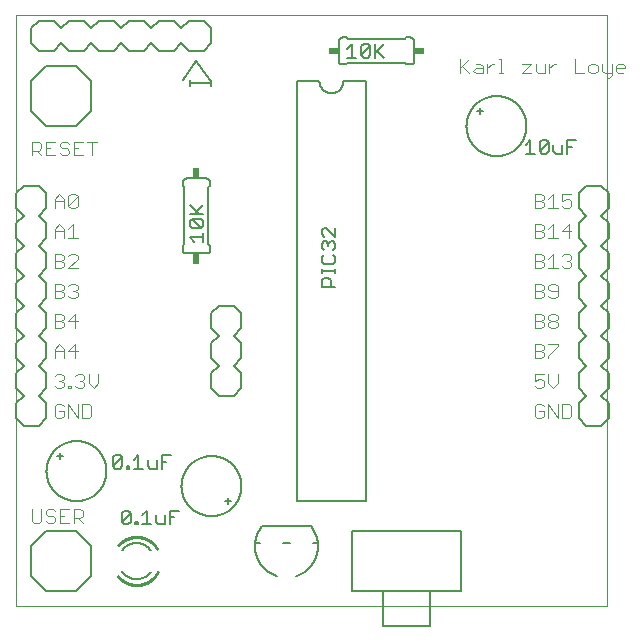
<source format=gto>
G75*
%MOIN*%
%OFA0B0*%
%FSLAX25Y25*%
%IPPOS*%
%LPD*%
%AMOC8*
5,1,8,0,0,1.08239X$1,22.5*
%
%ADD10C,0.00000*%
%ADD11C,0.00400*%
%ADD12C,0.00800*%
%ADD13C,0.00600*%
%ADD14C,0.00500*%
%ADD15C,0.01000*%
%ADD16R,0.02400X0.03400*%
%ADD17R,0.03400X0.02400*%
D10*
X0001800Y0007904D02*
X0001800Y0204754D01*
X0198650Y0204754D01*
X0198650Y0007904D01*
X0001800Y0007904D01*
D11*
X0007767Y0035604D02*
X0009302Y0035604D01*
X0010069Y0036371D01*
X0010069Y0040207D01*
X0011604Y0039440D02*
X0011604Y0038673D01*
X0012371Y0037905D01*
X0013906Y0037905D01*
X0014673Y0037138D01*
X0014673Y0036371D01*
X0013906Y0035604D01*
X0012371Y0035604D01*
X0011604Y0036371D01*
X0011604Y0039440D02*
X0012371Y0040207D01*
X0013906Y0040207D01*
X0014673Y0039440D01*
X0016208Y0040207D02*
X0016208Y0035604D01*
X0019277Y0035604D01*
X0020812Y0035604D02*
X0020812Y0040207D01*
X0023114Y0040207D01*
X0023881Y0039440D01*
X0023881Y0037905D01*
X0023114Y0037138D01*
X0020812Y0037138D01*
X0022346Y0037138D02*
X0023881Y0035604D01*
X0019277Y0040207D02*
X0016208Y0040207D01*
X0016208Y0037905D02*
X0017742Y0037905D01*
X0007767Y0035604D02*
X0007000Y0036371D01*
X0007000Y0040207D01*
X0015267Y0070604D02*
X0014500Y0071371D01*
X0014500Y0074440D01*
X0015267Y0075207D01*
X0016802Y0075207D01*
X0017569Y0074440D01*
X0017569Y0072905D02*
X0016035Y0072905D01*
X0017569Y0072905D02*
X0017569Y0071371D01*
X0016802Y0070604D01*
X0015267Y0070604D01*
X0019104Y0070604D02*
X0019104Y0075207D01*
X0022173Y0070604D01*
X0022173Y0075207D01*
X0023708Y0075207D02*
X0026010Y0075207D01*
X0026777Y0074440D01*
X0026777Y0071371D01*
X0026010Y0070604D01*
X0023708Y0070604D01*
X0023708Y0075207D01*
X0023708Y0080604D02*
X0022173Y0080604D01*
X0021406Y0081371D01*
X0019871Y0081371D02*
X0019871Y0080604D01*
X0019104Y0080604D01*
X0019104Y0081371D01*
X0019871Y0081371D01*
X0017569Y0081371D02*
X0016802Y0080604D01*
X0015267Y0080604D01*
X0014500Y0081371D01*
X0016035Y0082905D02*
X0016802Y0082905D01*
X0017569Y0082138D01*
X0017569Y0081371D01*
X0016802Y0082905D02*
X0017569Y0083673D01*
X0017569Y0084440D01*
X0016802Y0085207D01*
X0015267Y0085207D01*
X0014500Y0084440D01*
X0014500Y0090604D02*
X0014500Y0093673D01*
X0016035Y0095207D01*
X0017569Y0093673D01*
X0017569Y0090604D01*
X0017569Y0092905D02*
X0014500Y0092905D01*
X0019104Y0092905D02*
X0022173Y0092905D01*
X0021406Y0090604D02*
X0021406Y0095207D01*
X0019104Y0092905D01*
X0021406Y0100604D02*
X0021406Y0105207D01*
X0019104Y0102905D01*
X0022173Y0102905D01*
X0017569Y0102138D02*
X0017569Y0101371D01*
X0016802Y0100604D01*
X0014500Y0100604D01*
X0014500Y0105207D01*
X0016802Y0105207D01*
X0017569Y0104440D01*
X0017569Y0103673D01*
X0016802Y0102905D01*
X0014500Y0102905D01*
X0016802Y0102905D02*
X0017569Y0102138D01*
X0016802Y0110604D02*
X0014500Y0110604D01*
X0014500Y0115207D01*
X0016802Y0115207D01*
X0017569Y0114440D01*
X0017569Y0113673D01*
X0016802Y0112905D01*
X0014500Y0112905D01*
X0016802Y0112905D02*
X0017569Y0112138D01*
X0017569Y0111371D01*
X0016802Y0110604D01*
X0019104Y0111371D02*
X0019871Y0110604D01*
X0021406Y0110604D01*
X0022173Y0111371D01*
X0022173Y0112138D01*
X0021406Y0112905D01*
X0020639Y0112905D01*
X0021406Y0112905D02*
X0022173Y0113673D01*
X0022173Y0114440D01*
X0021406Y0115207D01*
X0019871Y0115207D01*
X0019104Y0114440D01*
X0019104Y0120604D02*
X0022173Y0123673D01*
X0022173Y0124440D01*
X0021406Y0125207D01*
X0019871Y0125207D01*
X0019104Y0124440D01*
X0017569Y0124440D02*
X0017569Y0123673D01*
X0016802Y0122905D01*
X0014500Y0122905D01*
X0014500Y0120604D02*
X0016802Y0120604D01*
X0017569Y0121371D01*
X0017569Y0122138D01*
X0016802Y0122905D01*
X0017569Y0124440D02*
X0016802Y0125207D01*
X0014500Y0125207D01*
X0014500Y0120604D01*
X0019104Y0120604D02*
X0022173Y0120604D01*
X0022173Y0130604D02*
X0019104Y0130604D01*
X0020639Y0130604D02*
X0020639Y0135207D01*
X0019104Y0133673D01*
X0017569Y0133673D02*
X0017569Y0130604D01*
X0017569Y0132905D02*
X0014500Y0132905D01*
X0014500Y0133673D02*
X0016035Y0135207D01*
X0017569Y0133673D01*
X0014500Y0133673D02*
X0014500Y0130604D01*
X0014500Y0140604D02*
X0014500Y0143673D01*
X0016035Y0145207D01*
X0017569Y0143673D01*
X0017569Y0140604D01*
X0019104Y0141371D02*
X0022173Y0144440D01*
X0022173Y0141371D01*
X0021406Y0140604D01*
X0019871Y0140604D01*
X0019104Y0141371D01*
X0019104Y0144440D01*
X0019871Y0145207D01*
X0021406Y0145207D01*
X0022173Y0144440D01*
X0017569Y0142905D02*
X0014500Y0142905D01*
X0014673Y0158104D02*
X0011604Y0158104D01*
X0011604Y0162707D01*
X0014673Y0162707D01*
X0011604Y0162707D01*
X0011604Y0158104D01*
X0014673Y0158104D01*
X0016208Y0158871D02*
X0016975Y0158104D01*
X0018510Y0158104D01*
X0019277Y0158871D01*
X0019277Y0159638D01*
X0018510Y0160405D01*
X0016975Y0160405D01*
X0016208Y0161173D01*
X0016208Y0161940D01*
X0016975Y0162707D01*
X0018510Y0162707D01*
X0019277Y0161940D01*
X0018510Y0162707D01*
X0016975Y0162707D01*
X0016208Y0161940D01*
X0016208Y0161173D01*
X0016975Y0160405D01*
X0018510Y0160405D01*
X0019277Y0159638D01*
X0019277Y0158871D01*
X0018510Y0158104D01*
X0016975Y0158104D01*
X0016208Y0158871D01*
X0013139Y0160405D02*
X0011604Y0160405D01*
X0013139Y0160405D01*
X0010069Y0160405D02*
X0009302Y0159638D01*
X0007000Y0159638D01*
X0009302Y0159638D01*
X0010069Y0160405D01*
X0010069Y0161940D01*
X0009302Y0162707D01*
X0007000Y0162707D01*
X0007000Y0158104D01*
X0007000Y0162707D01*
X0009302Y0162707D01*
X0010069Y0161940D01*
X0010069Y0160405D01*
X0008535Y0159638D02*
X0010069Y0158104D01*
X0008535Y0159638D01*
X0020812Y0160405D02*
X0022346Y0160405D01*
X0020812Y0160405D01*
X0020812Y0158104D02*
X0023881Y0158104D01*
X0020812Y0158104D01*
X0020812Y0162707D01*
X0023881Y0162707D01*
X0020812Y0162707D01*
X0020812Y0158104D01*
X0026950Y0158104D02*
X0026950Y0162707D01*
X0026950Y0158104D01*
X0025416Y0162707D02*
X0028485Y0162707D01*
X0025416Y0162707D01*
X0026010Y0085207D02*
X0026010Y0082138D01*
X0027544Y0080604D01*
X0029079Y0082138D01*
X0029079Y0085207D01*
X0024475Y0084440D02*
X0024475Y0083673D01*
X0023708Y0082905D01*
X0024475Y0082138D01*
X0024475Y0081371D01*
X0023708Y0080604D01*
X0023708Y0082905D02*
X0022941Y0082905D01*
X0024475Y0084440D02*
X0023708Y0085207D01*
X0022173Y0085207D01*
X0021406Y0084440D01*
X0149500Y0185604D02*
X0149500Y0190207D01*
X0150267Y0187905D02*
X0152569Y0185604D01*
X0154104Y0186371D02*
X0154871Y0187138D01*
X0157173Y0187138D01*
X0157173Y0187905D02*
X0157173Y0185604D01*
X0154871Y0185604D01*
X0154104Y0186371D01*
X0154871Y0188673D02*
X0156406Y0188673D01*
X0157173Y0187905D01*
X0158708Y0187138D02*
X0160242Y0188673D01*
X0161010Y0188673D01*
X0162544Y0190207D02*
X0163312Y0190207D01*
X0163312Y0185604D01*
X0164079Y0185604D02*
X0162544Y0185604D01*
X0158708Y0185604D02*
X0158708Y0188673D01*
X0152569Y0190207D02*
X0149500Y0187138D01*
X0170218Y0185604D02*
X0173287Y0185604D01*
X0174822Y0186371D02*
X0175589Y0185604D01*
X0177891Y0185604D01*
X0177891Y0188673D01*
X0179426Y0188673D02*
X0179426Y0185604D01*
X0179426Y0187138D02*
X0180960Y0188673D01*
X0181727Y0188673D01*
X0187866Y0190207D02*
X0187866Y0185604D01*
X0190935Y0185604D01*
X0192470Y0186371D02*
X0192470Y0187905D01*
X0193237Y0188673D01*
X0194772Y0188673D01*
X0195539Y0187905D01*
X0195539Y0186371D01*
X0194772Y0185604D01*
X0193237Y0185604D01*
X0192470Y0186371D01*
X0197074Y0186371D02*
X0197841Y0185604D01*
X0200143Y0185604D01*
X0200143Y0184836D02*
X0199376Y0184069D01*
X0198609Y0184069D01*
X0200143Y0184836D02*
X0200143Y0188673D01*
X0201678Y0187905D02*
X0201678Y0186371D01*
X0202445Y0185604D01*
X0203980Y0185604D01*
X0204747Y0187138D02*
X0204747Y0187905D01*
X0203980Y0188673D01*
X0202445Y0188673D01*
X0201678Y0187905D01*
X0201678Y0187138D02*
X0204747Y0187138D01*
X0197074Y0186371D02*
X0197074Y0188673D01*
X0174822Y0188673D02*
X0174822Y0186371D01*
X0173287Y0188673D02*
X0170218Y0185604D01*
X0170218Y0188673D02*
X0173287Y0188673D01*
X0174500Y0145207D02*
X0176802Y0145207D01*
X0177569Y0144440D01*
X0177569Y0143673D01*
X0176802Y0142905D01*
X0174500Y0142905D01*
X0174500Y0140604D02*
X0176802Y0140604D01*
X0177569Y0141371D01*
X0177569Y0142138D01*
X0176802Y0142905D01*
X0179104Y0143673D02*
X0180639Y0145207D01*
X0180639Y0140604D01*
X0182173Y0140604D02*
X0179104Y0140604D01*
X0174500Y0140604D02*
X0174500Y0145207D01*
X0183708Y0145207D02*
X0183708Y0142905D01*
X0185242Y0143673D01*
X0186010Y0143673D01*
X0186777Y0142905D01*
X0186777Y0141371D01*
X0186010Y0140604D01*
X0184475Y0140604D01*
X0183708Y0141371D01*
X0183708Y0145207D02*
X0186777Y0145207D01*
X0186010Y0135207D02*
X0183708Y0132905D01*
X0186777Y0132905D01*
X0186010Y0130604D02*
X0186010Y0135207D01*
X0182173Y0130604D02*
X0179104Y0130604D01*
X0180639Y0130604D02*
X0180639Y0135207D01*
X0179104Y0133673D01*
X0177569Y0133673D02*
X0176802Y0132905D01*
X0174500Y0132905D01*
X0174500Y0130604D02*
X0176802Y0130604D01*
X0177569Y0131371D01*
X0177569Y0132138D01*
X0176802Y0132905D01*
X0177569Y0133673D02*
X0177569Y0134440D01*
X0176802Y0135207D01*
X0174500Y0135207D01*
X0174500Y0130604D01*
X0174500Y0125207D02*
X0176802Y0125207D01*
X0177569Y0124440D01*
X0177569Y0123673D01*
X0176802Y0122905D01*
X0174500Y0122905D01*
X0174500Y0120604D02*
X0176802Y0120604D01*
X0177569Y0121371D01*
X0177569Y0122138D01*
X0176802Y0122905D01*
X0179104Y0123673D02*
X0180639Y0125207D01*
X0180639Y0120604D01*
X0182173Y0120604D02*
X0179104Y0120604D01*
X0174500Y0120604D02*
X0174500Y0125207D01*
X0183708Y0124440D02*
X0184475Y0125207D01*
X0186010Y0125207D01*
X0186777Y0124440D01*
X0186777Y0123673D01*
X0186010Y0122905D01*
X0186777Y0122138D01*
X0186777Y0121371D01*
X0186010Y0120604D01*
X0184475Y0120604D01*
X0183708Y0121371D01*
X0185242Y0122905D02*
X0186010Y0122905D01*
X0181406Y0115207D02*
X0179871Y0115207D01*
X0179104Y0114440D01*
X0179104Y0113673D01*
X0179871Y0112905D01*
X0182173Y0112905D01*
X0182173Y0111371D02*
X0182173Y0114440D01*
X0181406Y0115207D01*
X0182173Y0111371D02*
X0181406Y0110604D01*
X0179871Y0110604D01*
X0179104Y0111371D01*
X0177569Y0111371D02*
X0176802Y0110604D01*
X0174500Y0110604D01*
X0174500Y0115207D01*
X0176802Y0115207D01*
X0177569Y0114440D01*
X0177569Y0113673D01*
X0176802Y0112905D01*
X0174500Y0112905D01*
X0176802Y0112905D02*
X0177569Y0112138D01*
X0177569Y0111371D01*
X0176802Y0105207D02*
X0174500Y0105207D01*
X0174500Y0100604D01*
X0176802Y0100604D01*
X0177569Y0101371D01*
X0177569Y0102138D01*
X0176802Y0102905D01*
X0174500Y0102905D01*
X0176802Y0102905D02*
X0177569Y0103673D01*
X0177569Y0104440D01*
X0176802Y0105207D01*
X0179104Y0104440D02*
X0179104Y0103673D01*
X0179871Y0102905D01*
X0181406Y0102905D01*
X0182173Y0102138D01*
X0182173Y0101371D01*
X0181406Y0100604D01*
X0179871Y0100604D01*
X0179104Y0101371D01*
X0179104Y0102138D01*
X0179871Y0102905D01*
X0181406Y0102905D02*
X0182173Y0103673D01*
X0182173Y0104440D01*
X0181406Y0105207D01*
X0179871Y0105207D01*
X0179104Y0104440D01*
X0179104Y0095207D02*
X0182173Y0095207D01*
X0182173Y0094440D01*
X0179104Y0091371D01*
X0179104Y0090604D01*
X0177569Y0091371D02*
X0176802Y0090604D01*
X0174500Y0090604D01*
X0174500Y0095207D01*
X0176802Y0095207D01*
X0177569Y0094440D01*
X0177569Y0093673D01*
X0176802Y0092905D01*
X0174500Y0092905D01*
X0176802Y0092905D02*
X0177569Y0092138D01*
X0177569Y0091371D01*
X0177569Y0085207D02*
X0174500Y0085207D01*
X0174500Y0082905D01*
X0176035Y0083673D01*
X0176802Y0083673D01*
X0177569Y0082905D01*
X0177569Y0081371D01*
X0176802Y0080604D01*
X0175267Y0080604D01*
X0174500Y0081371D01*
X0179104Y0082138D02*
X0179104Y0085207D01*
X0179104Y0082138D02*
X0180639Y0080604D01*
X0182173Y0082138D01*
X0182173Y0085207D01*
X0182173Y0075207D02*
X0182173Y0070604D01*
X0179104Y0075207D01*
X0179104Y0070604D01*
X0177569Y0071371D02*
X0177569Y0072905D01*
X0176035Y0072905D01*
X0177569Y0071371D02*
X0176802Y0070604D01*
X0175267Y0070604D01*
X0174500Y0071371D01*
X0174500Y0074440D01*
X0175267Y0075207D01*
X0176802Y0075207D01*
X0177569Y0074440D01*
X0183708Y0075207D02*
X0183708Y0070604D01*
X0186010Y0070604D01*
X0186777Y0071371D01*
X0186777Y0074440D01*
X0186010Y0075207D01*
X0183708Y0075207D01*
D12*
X0189300Y0075404D02*
X0189300Y0070404D01*
X0191800Y0067904D01*
X0196800Y0067904D01*
X0199300Y0070404D01*
X0199300Y0075404D01*
X0196800Y0077904D01*
X0199300Y0080404D01*
X0199300Y0085404D01*
X0196800Y0087904D01*
X0199300Y0090404D01*
X0199300Y0095404D01*
X0196800Y0097904D01*
X0199300Y0100404D01*
X0199300Y0105404D01*
X0196800Y0107904D01*
X0199300Y0110404D01*
X0199300Y0115404D01*
X0196800Y0117904D01*
X0199300Y0120404D01*
X0199300Y0125404D01*
X0196800Y0127904D01*
X0199300Y0130404D01*
X0199300Y0135404D01*
X0196800Y0137904D01*
X0199300Y0140404D01*
X0199300Y0145404D01*
X0196800Y0147904D01*
X0191800Y0147904D01*
X0189300Y0145404D01*
X0189300Y0140404D01*
X0191800Y0137904D01*
X0189300Y0135404D01*
X0189300Y0130404D01*
X0191800Y0127904D01*
X0189300Y0125404D01*
X0189300Y0120404D01*
X0191800Y0117904D01*
X0189300Y0115404D01*
X0189300Y0110404D01*
X0191800Y0107904D01*
X0189300Y0105404D01*
X0189300Y0100404D01*
X0191800Y0097904D01*
X0189300Y0095404D01*
X0189300Y0090404D01*
X0191800Y0087904D01*
X0189300Y0085404D01*
X0189300Y0080404D01*
X0191800Y0077904D01*
X0189300Y0075404D01*
X0076800Y0080404D02*
X0076800Y0085404D01*
X0074300Y0087904D01*
X0076800Y0090404D01*
X0076800Y0095404D01*
X0074300Y0097904D01*
X0076800Y0100404D01*
X0076800Y0105404D01*
X0074300Y0107904D01*
X0069300Y0107904D01*
X0066800Y0105404D01*
X0066800Y0100404D01*
X0069300Y0097904D01*
X0066800Y0095404D01*
X0066800Y0090404D01*
X0069300Y0087904D01*
X0066800Y0085404D01*
X0066800Y0080404D01*
X0069300Y0077904D01*
X0074300Y0077904D01*
X0076800Y0080404D01*
X0011800Y0080404D02*
X0009300Y0077904D01*
X0011800Y0075404D01*
X0011800Y0070404D01*
X0009300Y0067904D01*
X0004300Y0067904D01*
X0001800Y0070404D01*
X0001800Y0075404D01*
X0004300Y0077904D01*
X0001800Y0080404D01*
X0001800Y0085404D01*
X0004300Y0087904D01*
X0001800Y0090404D01*
X0001800Y0095404D01*
X0004300Y0097904D01*
X0001800Y0100404D01*
X0001800Y0105404D01*
X0004300Y0107904D01*
X0001800Y0110404D01*
X0001800Y0115404D01*
X0004300Y0117904D01*
X0001800Y0120404D01*
X0001800Y0125404D01*
X0004300Y0127904D01*
X0001800Y0130404D01*
X0001800Y0135404D01*
X0004300Y0137904D01*
X0001800Y0140404D01*
X0001800Y0145404D01*
X0004300Y0147904D01*
X0009300Y0147904D01*
X0011800Y0145404D01*
X0011800Y0140404D01*
X0009300Y0137904D01*
X0011800Y0135404D01*
X0011800Y0130404D01*
X0009300Y0127904D01*
X0011800Y0125404D01*
X0011800Y0120404D01*
X0009300Y0117904D01*
X0011800Y0115404D01*
X0011800Y0110404D01*
X0009300Y0107904D01*
X0011800Y0105404D01*
X0011800Y0100404D01*
X0009300Y0097904D01*
X0011800Y0095404D01*
X0011800Y0090404D01*
X0009300Y0087904D01*
X0011800Y0085404D01*
X0011800Y0080404D01*
X0057192Y0183304D02*
X0061796Y0189442D01*
X0066400Y0183304D01*
X0061796Y0189442D01*
X0057192Y0183304D01*
X0059300Y0192904D02*
X0056800Y0195404D01*
X0054300Y0192904D01*
X0049300Y0192904D01*
X0046800Y0195404D01*
X0044300Y0192904D01*
X0039300Y0192904D01*
X0036800Y0195404D01*
X0034300Y0192904D01*
X0029300Y0192904D01*
X0026800Y0195404D01*
X0024300Y0192904D01*
X0019300Y0192904D01*
X0016800Y0195404D01*
X0014300Y0192904D01*
X0009300Y0192904D01*
X0006800Y0195404D01*
X0006800Y0200404D01*
X0009300Y0202904D01*
X0014300Y0202904D01*
X0016800Y0200404D01*
X0019300Y0202904D01*
X0024300Y0202904D01*
X0026800Y0200404D01*
X0029300Y0202904D01*
X0034300Y0202904D01*
X0036800Y0200404D01*
X0039300Y0202904D01*
X0044300Y0202904D01*
X0046800Y0200404D01*
X0049300Y0202904D01*
X0054300Y0202904D01*
X0056800Y0200404D01*
X0059300Y0202904D01*
X0064300Y0202904D01*
X0066800Y0200404D01*
X0066800Y0195404D01*
X0064300Y0192904D01*
X0059300Y0192904D01*
D13*
X0059594Y0183402D02*
X0059594Y0181100D01*
X0059594Y0182251D02*
X0066500Y0182251D01*
X0066500Y0181100D02*
X0066500Y0183402D01*
X0095300Y0182904D02*
X0102800Y0182904D01*
X0102802Y0182778D01*
X0102808Y0182653D01*
X0102818Y0182528D01*
X0102832Y0182403D01*
X0102849Y0182278D01*
X0102871Y0182154D01*
X0102896Y0182031D01*
X0102926Y0181909D01*
X0102959Y0181788D01*
X0102996Y0181668D01*
X0103036Y0181549D01*
X0103081Y0181432D01*
X0103129Y0181315D01*
X0103181Y0181201D01*
X0103236Y0181088D01*
X0103295Y0180977D01*
X0103357Y0180868D01*
X0103423Y0180761D01*
X0103492Y0180656D01*
X0103564Y0180553D01*
X0103639Y0180452D01*
X0103718Y0180354D01*
X0103800Y0180259D01*
X0103884Y0180166D01*
X0103972Y0180076D01*
X0104062Y0179988D01*
X0104155Y0179904D01*
X0104250Y0179822D01*
X0104348Y0179743D01*
X0104449Y0179668D01*
X0104552Y0179596D01*
X0104657Y0179527D01*
X0104764Y0179461D01*
X0104873Y0179399D01*
X0104984Y0179340D01*
X0105097Y0179285D01*
X0105211Y0179233D01*
X0105328Y0179185D01*
X0105445Y0179140D01*
X0105564Y0179100D01*
X0105684Y0179063D01*
X0105805Y0179030D01*
X0105927Y0179000D01*
X0106050Y0178975D01*
X0106174Y0178953D01*
X0106299Y0178936D01*
X0106424Y0178922D01*
X0106549Y0178912D01*
X0106674Y0178906D01*
X0106800Y0178904D01*
X0106926Y0178906D01*
X0107051Y0178912D01*
X0107176Y0178922D01*
X0107301Y0178936D01*
X0107426Y0178953D01*
X0107550Y0178975D01*
X0107673Y0179000D01*
X0107795Y0179030D01*
X0107916Y0179063D01*
X0108036Y0179100D01*
X0108155Y0179140D01*
X0108272Y0179185D01*
X0108389Y0179233D01*
X0108503Y0179285D01*
X0108616Y0179340D01*
X0108727Y0179399D01*
X0108836Y0179461D01*
X0108943Y0179527D01*
X0109048Y0179596D01*
X0109151Y0179668D01*
X0109252Y0179743D01*
X0109350Y0179822D01*
X0109445Y0179904D01*
X0109538Y0179988D01*
X0109628Y0180076D01*
X0109716Y0180166D01*
X0109800Y0180259D01*
X0109882Y0180354D01*
X0109961Y0180452D01*
X0110036Y0180553D01*
X0110108Y0180656D01*
X0110177Y0180761D01*
X0110243Y0180868D01*
X0110305Y0180977D01*
X0110364Y0181088D01*
X0110419Y0181201D01*
X0110471Y0181315D01*
X0110519Y0181432D01*
X0110564Y0181549D01*
X0110604Y0181668D01*
X0110641Y0181788D01*
X0110674Y0181909D01*
X0110704Y0182031D01*
X0110729Y0182154D01*
X0110751Y0182278D01*
X0110768Y0182403D01*
X0110782Y0182528D01*
X0110792Y0182653D01*
X0110798Y0182778D01*
X0110800Y0182904D01*
X0118300Y0182904D01*
X0118300Y0042904D01*
X0095300Y0042904D01*
X0095300Y0182904D01*
X0109300Y0189404D02*
X0109300Y0196404D01*
X0109302Y0196464D01*
X0109307Y0196525D01*
X0109316Y0196584D01*
X0109329Y0196643D01*
X0109345Y0196702D01*
X0109365Y0196759D01*
X0109388Y0196814D01*
X0109415Y0196869D01*
X0109444Y0196921D01*
X0109477Y0196972D01*
X0109513Y0197021D01*
X0109551Y0197067D01*
X0109593Y0197111D01*
X0109637Y0197153D01*
X0109683Y0197191D01*
X0109732Y0197227D01*
X0109783Y0197260D01*
X0109835Y0197289D01*
X0109890Y0197316D01*
X0109945Y0197339D01*
X0110002Y0197359D01*
X0110061Y0197375D01*
X0110120Y0197388D01*
X0110179Y0197397D01*
X0110240Y0197402D01*
X0110300Y0197404D01*
X0111800Y0197404D01*
X0112300Y0196904D01*
X0131300Y0196904D01*
X0131800Y0197404D01*
X0133300Y0197404D01*
X0133360Y0197402D01*
X0133421Y0197397D01*
X0133480Y0197388D01*
X0133539Y0197375D01*
X0133598Y0197359D01*
X0133655Y0197339D01*
X0133710Y0197316D01*
X0133765Y0197289D01*
X0133817Y0197260D01*
X0133868Y0197227D01*
X0133917Y0197191D01*
X0133963Y0197153D01*
X0134007Y0197111D01*
X0134049Y0197067D01*
X0134087Y0197021D01*
X0134123Y0196972D01*
X0134156Y0196921D01*
X0134185Y0196869D01*
X0134212Y0196814D01*
X0134235Y0196759D01*
X0134255Y0196702D01*
X0134271Y0196643D01*
X0134284Y0196584D01*
X0134293Y0196525D01*
X0134298Y0196464D01*
X0134300Y0196404D01*
X0134300Y0189404D01*
X0134298Y0189344D01*
X0134293Y0189283D01*
X0134284Y0189224D01*
X0134271Y0189165D01*
X0134255Y0189106D01*
X0134235Y0189049D01*
X0134212Y0188994D01*
X0134185Y0188939D01*
X0134156Y0188887D01*
X0134123Y0188836D01*
X0134087Y0188787D01*
X0134049Y0188741D01*
X0134007Y0188697D01*
X0133963Y0188655D01*
X0133917Y0188617D01*
X0133868Y0188581D01*
X0133817Y0188548D01*
X0133765Y0188519D01*
X0133710Y0188492D01*
X0133655Y0188469D01*
X0133598Y0188449D01*
X0133539Y0188433D01*
X0133480Y0188420D01*
X0133421Y0188411D01*
X0133360Y0188406D01*
X0133300Y0188404D01*
X0131800Y0188404D01*
X0131300Y0188904D01*
X0112300Y0188904D01*
X0111800Y0188404D01*
X0110300Y0188404D01*
X0110240Y0188406D01*
X0110179Y0188411D01*
X0110120Y0188420D01*
X0110061Y0188433D01*
X0110002Y0188449D01*
X0109945Y0188469D01*
X0109890Y0188492D01*
X0109835Y0188519D01*
X0109783Y0188548D01*
X0109732Y0188581D01*
X0109683Y0188617D01*
X0109637Y0188655D01*
X0109593Y0188697D01*
X0109551Y0188741D01*
X0109513Y0188787D01*
X0109477Y0188836D01*
X0109444Y0188887D01*
X0109415Y0188939D01*
X0109388Y0188994D01*
X0109365Y0189049D01*
X0109345Y0189106D01*
X0109329Y0189165D01*
X0109316Y0189224D01*
X0109307Y0189283D01*
X0109302Y0189344D01*
X0109300Y0189404D01*
X0066300Y0149404D02*
X0066300Y0147904D01*
X0065800Y0147404D01*
X0065800Y0128404D01*
X0066300Y0127904D01*
X0066300Y0126404D01*
X0066298Y0126344D01*
X0066293Y0126283D01*
X0066284Y0126224D01*
X0066271Y0126165D01*
X0066255Y0126106D01*
X0066235Y0126049D01*
X0066212Y0125994D01*
X0066185Y0125939D01*
X0066156Y0125887D01*
X0066123Y0125836D01*
X0066087Y0125787D01*
X0066049Y0125741D01*
X0066007Y0125697D01*
X0065963Y0125655D01*
X0065917Y0125617D01*
X0065868Y0125581D01*
X0065817Y0125548D01*
X0065765Y0125519D01*
X0065710Y0125492D01*
X0065655Y0125469D01*
X0065598Y0125449D01*
X0065539Y0125433D01*
X0065480Y0125420D01*
X0065421Y0125411D01*
X0065360Y0125406D01*
X0065300Y0125404D01*
X0058300Y0125404D01*
X0058240Y0125406D01*
X0058179Y0125411D01*
X0058120Y0125420D01*
X0058061Y0125433D01*
X0058002Y0125449D01*
X0057945Y0125469D01*
X0057890Y0125492D01*
X0057835Y0125519D01*
X0057783Y0125548D01*
X0057732Y0125581D01*
X0057683Y0125617D01*
X0057637Y0125655D01*
X0057593Y0125697D01*
X0057551Y0125741D01*
X0057513Y0125787D01*
X0057477Y0125836D01*
X0057444Y0125887D01*
X0057415Y0125939D01*
X0057388Y0125994D01*
X0057365Y0126049D01*
X0057345Y0126106D01*
X0057329Y0126165D01*
X0057316Y0126224D01*
X0057307Y0126283D01*
X0057302Y0126344D01*
X0057300Y0126404D01*
X0057300Y0127904D01*
X0057800Y0128404D01*
X0057800Y0147404D01*
X0057300Y0147904D01*
X0057300Y0149404D01*
X0057302Y0149464D01*
X0057307Y0149525D01*
X0057316Y0149584D01*
X0057329Y0149643D01*
X0057345Y0149702D01*
X0057365Y0149759D01*
X0057388Y0149814D01*
X0057415Y0149869D01*
X0057444Y0149921D01*
X0057477Y0149972D01*
X0057513Y0150021D01*
X0057551Y0150067D01*
X0057593Y0150111D01*
X0057637Y0150153D01*
X0057683Y0150191D01*
X0057732Y0150227D01*
X0057783Y0150260D01*
X0057835Y0150289D01*
X0057890Y0150316D01*
X0057945Y0150339D01*
X0058002Y0150359D01*
X0058061Y0150375D01*
X0058120Y0150388D01*
X0058179Y0150397D01*
X0058240Y0150402D01*
X0058300Y0150404D01*
X0065300Y0150404D01*
X0065360Y0150402D01*
X0065421Y0150397D01*
X0065480Y0150388D01*
X0065539Y0150375D01*
X0065598Y0150359D01*
X0065655Y0150339D01*
X0065710Y0150316D01*
X0065765Y0150289D01*
X0065817Y0150260D01*
X0065868Y0150227D01*
X0065917Y0150191D01*
X0065963Y0150153D01*
X0066007Y0150111D01*
X0066049Y0150067D01*
X0066087Y0150021D01*
X0066123Y0149972D01*
X0066156Y0149921D01*
X0066185Y0149869D01*
X0066212Y0149814D01*
X0066235Y0149759D01*
X0066255Y0149702D01*
X0066271Y0149643D01*
X0066284Y0149584D01*
X0066293Y0149525D01*
X0066298Y0149464D01*
X0066300Y0149404D01*
X0155300Y0172904D02*
X0156300Y0172904D01*
X0156300Y0173904D01*
X0156300Y0172904D02*
X0157300Y0172904D01*
X0156300Y0172904D02*
X0156300Y0171904D01*
X0151800Y0167904D02*
X0151803Y0168149D01*
X0151812Y0168395D01*
X0151827Y0168640D01*
X0151848Y0168884D01*
X0151875Y0169128D01*
X0151908Y0169371D01*
X0151947Y0169614D01*
X0151992Y0169855D01*
X0152043Y0170095D01*
X0152100Y0170334D01*
X0152162Y0170571D01*
X0152231Y0170807D01*
X0152305Y0171041D01*
X0152385Y0171273D01*
X0152470Y0171503D01*
X0152561Y0171731D01*
X0152658Y0171956D01*
X0152760Y0172180D01*
X0152868Y0172400D01*
X0152981Y0172618D01*
X0153099Y0172833D01*
X0153223Y0173045D01*
X0153351Y0173254D01*
X0153485Y0173460D01*
X0153624Y0173662D01*
X0153768Y0173861D01*
X0153917Y0174056D01*
X0154070Y0174248D01*
X0154228Y0174436D01*
X0154390Y0174620D01*
X0154558Y0174799D01*
X0154729Y0174975D01*
X0154905Y0175146D01*
X0155084Y0175314D01*
X0155268Y0175476D01*
X0155456Y0175634D01*
X0155648Y0175787D01*
X0155843Y0175936D01*
X0156042Y0176080D01*
X0156244Y0176219D01*
X0156450Y0176353D01*
X0156659Y0176481D01*
X0156871Y0176605D01*
X0157086Y0176723D01*
X0157304Y0176836D01*
X0157524Y0176944D01*
X0157748Y0177046D01*
X0157973Y0177143D01*
X0158201Y0177234D01*
X0158431Y0177319D01*
X0158663Y0177399D01*
X0158897Y0177473D01*
X0159133Y0177542D01*
X0159370Y0177604D01*
X0159609Y0177661D01*
X0159849Y0177712D01*
X0160090Y0177757D01*
X0160333Y0177796D01*
X0160576Y0177829D01*
X0160820Y0177856D01*
X0161064Y0177877D01*
X0161309Y0177892D01*
X0161555Y0177901D01*
X0161800Y0177904D01*
X0162045Y0177901D01*
X0162291Y0177892D01*
X0162536Y0177877D01*
X0162780Y0177856D01*
X0163024Y0177829D01*
X0163267Y0177796D01*
X0163510Y0177757D01*
X0163751Y0177712D01*
X0163991Y0177661D01*
X0164230Y0177604D01*
X0164467Y0177542D01*
X0164703Y0177473D01*
X0164937Y0177399D01*
X0165169Y0177319D01*
X0165399Y0177234D01*
X0165627Y0177143D01*
X0165852Y0177046D01*
X0166076Y0176944D01*
X0166296Y0176836D01*
X0166514Y0176723D01*
X0166729Y0176605D01*
X0166941Y0176481D01*
X0167150Y0176353D01*
X0167356Y0176219D01*
X0167558Y0176080D01*
X0167757Y0175936D01*
X0167952Y0175787D01*
X0168144Y0175634D01*
X0168332Y0175476D01*
X0168516Y0175314D01*
X0168695Y0175146D01*
X0168871Y0174975D01*
X0169042Y0174799D01*
X0169210Y0174620D01*
X0169372Y0174436D01*
X0169530Y0174248D01*
X0169683Y0174056D01*
X0169832Y0173861D01*
X0169976Y0173662D01*
X0170115Y0173460D01*
X0170249Y0173254D01*
X0170377Y0173045D01*
X0170501Y0172833D01*
X0170619Y0172618D01*
X0170732Y0172400D01*
X0170840Y0172180D01*
X0170942Y0171956D01*
X0171039Y0171731D01*
X0171130Y0171503D01*
X0171215Y0171273D01*
X0171295Y0171041D01*
X0171369Y0170807D01*
X0171438Y0170571D01*
X0171500Y0170334D01*
X0171557Y0170095D01*
X0171608Y0169855D01*
X0171653Y0169614D01*
X0171692Y0169371D01*
X0171725Y0169128D01*
X0171752Y0168884D01*
X0171773Y0168640D01*
X0171788Y0168395D01*
X0171797Y0168149D01*
X0171800Y0167904D01*
X0171797Y0167659D01*
X0171788Y0167413D01*
X0171773Y0167168D01*
X0171752Y0166924D01*
X0171725Y0166680D01*
X0171692Y0166437D01*
X0171653Y0166194D01*
X0171608Y0165953D01*
X0171557Y0165713D01*
X0171500Y0165474D01*
X0171438Y0165237D01*
X0171369Y0165001D01*
X0171295Y0164767D01*
X0171215Y0164535D01*
X0171130Y0164305D01*
X0171039Y0164077D01*
X0170942Y0163852D01*
X0170840Y0163628D01*
X0170732Y0163408D01*
X0170619Y0163190D01*
X0170501Y0162975D01*
X0170377Y0162763D01*
X0170249Y0162554D01*
X0170115Y0162348D01*
X0169976Y0162146D01*
X0169832Y0161947D01*
X0169683Y0161752D01*
X0169530Y0161560D01*
X0169372Y0161372D01*
X0169210Y0161188D01*
X0169042Y0161009D01*
X0168871Y0160833D01*
X0168695Y0160662D01*
X0168516Y0160494D01*
X0168332Y0160332D01*
X0168144Y0160174D01*
X0167952Y0160021D01*
X0167757Y0159872D01*
X0167558Y0159728D01*
X0167356Y0159589D01*
X0167150Y0159455D01*
X0166941Y0159327D01*
X0166729Y0159203D01*
X0166514Y0159085D01*
X0166296Y0158972D01*
X0166076Y0158864D01*
X0165852Y0158762D01*
X0165627Y0158665D01*
X0165399Y0158574D01*
X0165169Y0158489D01*
X0164937Y0158409D01*
X0164703Y0158335D01*
X0164467Y0158266D01*
X0164230Y0158204D01*
X0163991Y0158147D01*
X0163751Y0158096D01*
X0163510Y0158051D01*
X0163267Y0158012D01*
X0163024Y0157979D01*
X0162780Y0157952D01*
X0162536Y0157931D01*
X0162291Y0157916D01*
X0162045Y0157907D01*
X0161800Y0157904D01*
X0161555Y0157907D01*
X0161309Y0157916D01*
X0161064Y0157931D01*
X0160820Y0157952D01*
X0160576Y0157979D01*
X0160333Y0158012D01*
X0160090Y0158051D01*
X0159849Y0158096D01*
X0159609Y0158147D01*
X0159370Y0158204D01*
X0159133Y0158266D01*
X0158897Y0158335D01*
X0158663Y0158409D01*
X0158431Y0158489D01*
X0158201Y0158574D01*
X0157973Y0158665D01*
X0157748Y0158762D01*
X0157524Y0158864D01*
X0157304Y0158972D01*
X0157086Y0159085D01*
X0156871Y0159203D01*
X0156659Y0159327D01*
X0156450Y0159455D01*
X0156244Y0159589D01*
X0156042Y0159728D01*
X0155843Y0159872D01*
X0155648Y0160021D01*
X0155456Y0160174D01*
X0155268Y0160332D01*
X0155084Y0160494D01*
X0154905Y0160662D01*
X0154729Y0160833D01*
X0154558Y0161009D01*
X0154390Y0161188D01*
X0154228Y0161372D01*
X0154070Y0161560D01*
X0153917Y0161752D01*
X0153768Y0161947D01*
X0153624Y0162146D01*
X0153485Y0162348D01*
X0153351Y0162554D01*
X0153223Y0162763D01*
X0153099Y0162975D01*
X0152981Y0163190D01*
X0152868Y0163408D01*
X0152760Y0163628D01*
X0152658Y0163852D01*
X0152561Y0164077D01*
X0152470Y0164305D01*
X0152385Y0164535D01*
X0152305Y0164767D01*
X0152231Y0165001D01*
X0152162Y0165237D01*
X0152100Y0165474D01*
X0152043Y0165713D01*
X0151992Y0165953D01*
X0151947Y0166194D01*
X0151908Y0166437D01*
X0151875Y0166680D01*
X0151848Y0166924D01*
X0151827Y0167168D01*
X0151812Y0167413D01*
X0151803Y0167659D01*
X0151800Y0167904D01*
X0056800Y0047904D02*
X0056803Y0048149D01*
X0056812Y0048395D01*
X0056827Y0048640D01*
X0056848Y0048884D01*
X0056875Y0049128D01*
X0056908Y0049371D01*
X0056947Y0049614D01*
X0056992Y0049855D01*
X0057043Y0050095D01*
X0057100Y0050334D01*
X0057162Y0050571D01*
X0057231Y0050807D01*
X0057305Y0051041D01*
X0057385Y0051273D01*
X0057470Y0051503D01*
X0057561Y0051731D01*
X0057658Y0051956D01*
X0057760Y0052180D01*
X0057868Y0052400D01*
X0057981Y0052618D01*
X0058099Y0052833D01*
X0058223Y0053045D01*
X0058351Y0053254D01*
X0058485Y0053460D01*
X0058624Y0053662D01*
X0058768Y0053861D01*
X0058917Y0054056D01*
X0059070Y0054248D01*
X0059228Y0054436D01*
X0059390Y0054620D01*
X0059558Y0054799D01*
X0059729Y0054975D01*
X0059905Y0055146D01*
X0060084Y0055314D01*
X0060268Y0055476D01*
X0060456Y0055634D01*
X0060648Y0055787D01*
X0060843Y0055936D01*
X0061042Y0056080D01*
X0061244Y0056219D01*
X0061450Y0056353D01*
X0061659Y0056481D01*
X0061871Y0056605D01*
X0062086Y0056723D01*
X0062304Y0056836D01*
X0062524Y0056944D01*
X0062748Y0057046D01*
X0062973Y0057143D01*
X0063201Y0057234D01*
X0063431Y0057319D01*
X0063663Y0057399D01*
X0063897Y0057473D01*
X0064133Y0057542D01*
X0064370Y0057604D01*
X0064609Y0057661D01*
X0064849Y0057712D01*
X0065090Y0057757D01*
X0065333Y0057796D01*
X0065576Y0057829D01*
X0065820Y0057856D01*
X0066064Y0057877D01*
X0066309Y0057892D01*
X0066555Y0057901D01*
X0066800Y0057904D01*
X0067045Y0057901D01*
X0067291Y0057892D01*
X0067536Y0057877D01*
X0067780Y0057856D01*
X0068024Y0057829D01*
X0068267Y0057796D01*
X0068510Y0057757D01*
X0068751Y0057712D01*
X0068991Y0057661D01*
X0069230Y0057604D01*
X0069467Y0057542D01*
X0069703Y0057473D01*
X0069937Y0057399D01*
X0070169Y0057319D01*
X0070399Y0057234D01*
X0070627Y0057143D01*
X0070852Y0057046D01*
X0071076Y0056944D01*
X0071296Y0056836D01*
X0071514Y0056723D01*
X0071729Y0056605D01*
X0071941Y0056481D01*
X0072150Y0056353D01*
X0072356Y0056219D01*
X0072558Y0056080D01*
X0072757Y0055936D01*
X0072952Y0055787D01*
X0073144Y0055634D01*
X0073332Y0055476D01*
X0073516Y0055314D01*
X0073695Y0055146D01*
X0073871Y0054975D01*
X0074042Y0054799D01*
X0074210Y0054620D01*
X0074372Y0054436D01*
X0074530Y0054248D01*
X0074683Y0054056D01*
X0074832Y0053861D01*
X0074976Y0053662D01*
X0075115Y0053460D01*
X0075249Y0053254D01*
X0075377Y0053045D01*
X0075501Y0052833D01*
X0075619Y0052618D01*
X0075732Y0052400D01*
X0075840Y0052180D01*
X0075942Y0051956D01*
X0076039Y0051731D01*
X0076130Y0051503D01*
X0076215Y0051273D01*
X0076295Y0051041D01*
X0076369Y0050807D01*
X0076438Y0050571D01*
X0076500Y0050334D01*
X0076557Y0050095D01*
X0076608Y0049855D01*
X0076653Y0049614D01*
X0076692Y0049371D01*
X0076725Y0049128D01*
X0076752Y0048884D01*
X0076773Y0048640D01*
X0076788Y0048395D01*
X0076797Y0048149D01*
X0076800Y0047904D01*
X0076797Y0047659D01*
X0076788Y0047413D01*
X0076773Y0047168D01*
X0076752Y0046924D01*
X0076725Y0046680D01*
X0076692Y0046437D01*
X0076653Y0046194D01*
X0076608Y0045953D01*
X0076557Y0045713D01*
X0076500Y0045474D01*
X0076438Y0045237D01*
X0076369Y0045001D01*
X0076295Y0044767D01*
X0076215Y0044535D01*
X0076130Y0044305D01*
X0076039Y0044077D01*
X0075942Y0043852D01*
X0075840Y0043628D01*
X0075732Y0043408D01*
X0075619Y0043190D01*
X0075501Y0042975D01*
X0075377Y0042763D01*
X0075249Y0042554D01*
X0075115Y0042348D01*
X0074976Y0042146D01*
X0074832Y0041947D01*
X0074683Y0041752D01*
X0074530Y0041560D01*
X0074372Y0041372D01*
X0074210Y0041188D01*
X0074042Y0041009D01*
X0073871Y0040833D01*
X0073695Y0040662D01*
X0073516Y0040494D01*
X0073332Y0040332D01*
X0073144Y0040174D01*
X0072952Y0040021D01*
X0072757Y0039872D01*
X0072558Y0039728D01*
X0072356Y0039589D01*
X0072150Y0039455D01*
X0071941Y0039327D01*
X0071729Y0039203D01*
X0071514Y0039085D01*
X0071296Y0038972D01*
X0071076Y0038864D01*
X0070852Y0038762D01*
X0070627Y0038665D01*
X0070399Y0038574D01*
X0070169Y0038489D01*
X0069937Y0038409D01*
X0069703Y0038335D01*
X0069467Y0038266D01*
X0069230Y0038204D01*
X0068991Y0038147D01*
X0068751Y0038096D01*
X0068510Y0038051D01*
X0068267Y0038012D01*
X0068024Y0037979D01*
X0067780Y0037952D01*
X0067536Y0037931D01*
X0067291Y0037916D01*
X0067045Y0037907D01*
X0066800Y0037904D01*
X0066555Y0037907D01*
X0066309Y0037916D01*
X0066064Y0037931D01*
X0065820Y0037952D01*
X0065576Y0037979D01*
X0065333Y0038012D01*
X0065090Y0038051D01*
X0064849Y0038096D01*
X0064609Y0038147D01*
X0064370Y0038204D01*
X0064133Y0038266D01*
X0063897Y0038335D01*
X0063663Y0038409D01*
X0063431Y0038489D01*
X0063201Y0038574D01*
X0062973Y0038665D01*
X0062748Y0038762D01*
X0062524Y0038864D01*
X0062304Y0038972D01*
X0062086Y0039085D01*
X0061871Y0039203D01*
X0061659Y0039327D01*
X0061450Y0039455D01*
X0061244Y0039589D01*
X0061042Y0039728D01*
X0060843Y0039872D01*
X0060648Y0040021D01*
X0060456Y0040174D01*
X0060268Y0040332D01*
X0060084Y0040494D01*
X0059905Y0040662D01*
X0059729Y0040833D01*
X0059558Y0041009D01*
X0059390Y0041188D01*
X0059228Y0041372D01*
X0059070Y0041560D01*
X0058917Y0041752D01*
X0058768Y0041947D01*
X0058624Y0042146D01*
X0058485Y0042348D01*
X0058351Y0042554D01*
X0058223Y0042763D01*
X0058099Y0042975D01*
X0057981Y0043190D01*
X0057868Y0043408D01*
X0057760Y0043628D01*
X0057658Y0043852D01*
X0057561Y0044077D01*
X0057470Y0044305D01*
X0057385Y0044535D01*
X0057305Y0044767D01*
X0057231Y0045001D01*
X0057162Y0045237D01*
X0057100Y0045474D01*
X0057043Y0045713D01*
X0056992Y0045953D01*
X0056947Y0046194D01*
X0056908Y0046437D01*
X0056875Y0046680D01*
X0056848Y0046924D01*
X0056827Y0047168D01*
X0056812Y0047413D01*
X0056803Y0047659D01*
X0056800Y0047904D01*
X0071300Y0042904D02*
X0072300Y0042904D01*
X0072300Y0041904D01*
X0072300Y0042904D02*
X0072300Y0043904D01*
X0072300Y0042904D02*
X0073300Y0042904D01*
X0041800Y0016904D02*
X0041646Y0016906D01*
X0041492Y0016912D01*
X0041338Y0016922D01*
X0041184Y0016936D01*
X0041031Y0016953D01*
X0040879Y0016975D01*
X0040727Y0017001D01*
X0040575Y0017030D01*
X0040425Y0017064D01*
X0040275Y0017101D01*
X0040127Y0017142D01*
X0039979Y0017187D01*
X0039833Y0017236D01*
X0039688Y0017288D01*
X0039545Y0017344D01*
X0039402Y0017404D01*
X0039262Y0017467D01*
X0039123Y0017534D01*
X0038986Y0017605D01*
X0038851Y0017679D01*
X0038718Y0017756D01*
X0038586Y0017837D01*
X0038457Y0017921D01*
X0038330Y0018009D01*
X0038206Y0018100D01*
X0038084Y0018193D01*
X0037964Y0018291D01*
X0037847Y0018391D01*
X0037732Y0018494D01*
X0037620Y0018600D01*
X0037511Y0018708D01*
X0037405Y0018820D01*
X0037301Y0018934D01*
X0037201Y0019051D01*
X0037103Y0019170D01*
X0037009Y0019292D01*
X0036918Y0019417D01*
X0041800Y0028904D02*
X0041952Y0028902D01*
X0042103Y0028896D01*
X0042254Y0028887D01*
X0042406Y0028873D01*
X0042556Y0028856D01*
X0042706Y0028835D01*
X0042856Y0028810D01*
X0043005Y0028782D01*
X0043153Y0028749D01*
X0043300Y0028713D01*
X0043447Y0028674D01*
X0043592Y0028630D01*
X0043736Y0028583D01*
X0043879Y0028532D01*
X0044020Y0028478D01*
X0044161Y0028420D01*
X0044299Y0028359D01*
X0044436Y0028294D01*
X0044572Y0028225D01*
X0044705Y0028154D01*
X0044837Y0028079D01*
X0044967Y0028000D01*
X0045094Y0027919D01*
X0045220Y0027834D01*
X0045344Y0027746D01*
X0045465Y0027655D01*
X0045584Y0027561D01*
X0045700Y0027463D01*
X0045814Y0027363D01*
X0045926Y0027261D01*
X0046034Y0027155D01*
X0046140Y0027047D01*
X0046244Y0026936D01*
X0046344Y0026822D01*
X0046442Y0026706D01*
X0046536Y0026587D01*
X0041800Y0028904D02*
X0041648Y0028902D01*
X0041497Y0028896D01*
X0041346Y0028887D01*
X0041194Y0028873D01*
X0041044Y0028856D01*
X0040894Y0028835D01*
X0040744Y0028810D01*
X0040595Y0028782D01*
X0040447Y0028749D01*
X0040300Y0028713D01*
X0040153Y0028674D01*
X0040008Y0028630D01*
X0039864Y0028583D01*
X0039721Y0028532D01*
X0039580Y0028478D01*
X0039439Y0028420D01*
X0039301Y0028359D01*
X0039164Y0028294D01*
X0039028Y0028225D01*
X0038895Y0028154D01*
X0038763Y0028079D01*
X0038633Y0028000D01*
X0038506Y0027919D01*
X0038380Y0027834D01*
X0038256Y0027746D01*
X0038135Y0027655D01*
X0038016Y0027561D01*
X0037900Y0027463D01*
X0037786Y0027363D01*
X0037674Y0027261D01*
X0037566Y0027155D01*
X0037460Y0027047D01*
X0037356Y0026936D01*
X0037256Y0026822D01*
X0037158Y0026706D01*
X0037064Y0026587D01*
X0041800Y0016904D02*
X0041950Y0016906D01*
X0042101Y0016912D01*
X0042251Y0016921D01*
X0042400Y0016934D01*
X0042550Y0016951D01*
X0042699Y0016972D01*
X0042847Y0016996D01*
X0042995Y0017024D01*
X0043142Y0017056D01*
X0043288Y0017091D01*
X0043433Y0017131D01*
X0043577Y0017173D01*
X0043720Y0017220D01*
X0043862Y0017270D01*
X0044003Y0017323D01*
X0044142Y0017380D01*
X0044280Y0017440D01*
X0044416Y0017504D01*
X0044550Y0017571D01*
X0044683Y0017642D01*
X0044814Y0017716D01*
X0044943Y0017793D01*
X0045070Y0017874D01*
X0045195Y0017957D01*
X0045318Y0018044D01*
X0045439Y0018133D01*
X0045557Y0018226D01*
X0045673Y0018322D01*
X0045787Y0018420D01*
X0045898Y0018521D01*
X0046007Y0018626D01*
X0046112Y0018732D01*
X0046216Y0018842D01*
X0046316Y0018954D01*
X0046414Y0019068D01*
X0046508Y0019185D01*
X0046600Y0019304D01*
X0011800Y0052904D02*
X0011803Y0053149D01*
X0011812Y0053395D01*
X0011827Y0053640D01*
X0011848Y0053884D01*
X0011875Y0054128D01*
X0011908Y0054371D01*
X0011947Y0054614D01*
X0011992Y0054855D01*
X0012043Y0055095D01*
X0012100Y0055334D01*
X0012162Y0055571D01*
X0012231Y0055807D01*
X0012305Y0056041D01*
X0012385Y0056273D01*
X0012470Y0056503D01*
X0012561Y0056731D01*
X0012658Y0056956D01*
X0012760Y0057180D01*
X0012868Y0057400D01*
X0012981Y0057618D01*
X0013099Y0057833D01*
X0013223Y0058045D01*
X0013351Y0058254D01*
X0013485Y0058460D01*
X0013624Y0058662D01*
X0013768Y0058861D01*
X0013917Y0059056D01*
X0014070Y0059248D01*
X0014228Y0059436D01*
X0014390Y0059620D01*
X0014558Y0059799D01*
X0014729Y0059975D01*
X0014905Y0060146D01*
X0015084Y0060314D01*
X0015268Y0060476D01*
X0015456Y0060634D01*
X0015648Y0060787D01*
X0015843Y0060936D01*
X0016042Y0061080D01*
X0016244Y0061219D01*
X0016450Y0061353D01*
X0016659Y0061481D01*
X0016871Y0061605D01*
X0017086Y0061723D01*
X0017304Y0061836D01*
X0017524Y0061944D01*
X0017748Y0062046D01*
X0017973Y0062143D01*
X0018201Y0062234D01*
X0018431Y0062319D01*
X0018663Y0062399D01*
X0018897Y0062473D01*
X0019133Y0062542D01*
X0019370Y0062604D01*
X0019609Y0062661D01*
X0019849Y0062712D01*
X0020090Y0062757D01*
X0020333Y0062796D01*
X0020576Y0062829D01*
X0020820Y0062856D01*
X0021064Y0062877D01*
X0021309Y0062892D01*
X0021555Y0062901D01*
X0021800Y0062904D01*
X0022045Y0062901D01*
X0022291Y0062892D01*
X0022536Y0062877D01*
X0022780Y0062856D01*
X0023024Y0062829D01*
X0023267Y0062796D01*
X0023510Y0062757D01*
X0023751Y0062712D01*
X0023991Y0062661D01*
X0024230Y0062604D01*
X0024467Y0062542D01*
X0024703Y0062473D01*
X0024937Y0062399D01*
X0025169Y0062319D01*
X0025399Y0062234D01*
X0025627Y0062143D01*
X0025852Y0062046D01*
X0026076Y0061944D01*
X0026296Y0061836D01*
X0026514Y0061723D01*
X0026729Y0061605D01*
X0026941Y0061481D01*
X0027150Y0061353D01*
X0027356Y0061219D01*
X0027558Y0061080D01*
X0027757Y0060936D01*
X0027952Y0060787D01*
X0028144Y0060634D01*
X0028332Y0060476D01*
X0028516Y0060314D01*
X0028695Y0060146D01*
X0028871Y0059975D01*
X0029042Y0059799D01*
X0029210Y0059620D01*
X0029372Y0059436D01*
X0029530Y0059248D01*
X0029683Y0059056D01*
X0029832Y0058861D01*
X0029976Y0058662D01*
X0030115Y0058460D01*
X0030249Y0058254D01*
X0030377Y0058045D01*
X0030501Y0057833D01*
X0030619Y0057618D01*
X0030732Y0057400D01*
X0030840Y0057180D01*
X0030942Y0056956D01*
X0031039Y0056731D01*
X0031130Y0056503D01*
X0031215Y0056273D01*
X0031295Y0056041D01*
X0031369Y0055807D01*
X0031438Y0055571D01*
X0031500Y0055334D01*
X0031557Y0055095D01*
X0031608Y0054855D01*
X0031653Y0054614D01*
X0031692Y0054371D01*
X0031725Y0054128D01*
X0031752Y0053884D01*
X0031773Y0053640D01*
X0031788Y0053395D01*
X0031797Y0053149D01*
X0031800Y0052904D01*
X0031797Y0052659D01*
X0031788Y0052413D01*
X0031773Y0052168D01*
X0031752Y0051924D01*
X0031725Y0051680D01*
X0031692Y0051437D01*
X0031653Y0051194D01*
X0031608Y0050953D01*
X0031557Y0050713D01*
X0031500Y0050474D01*
X0031438Y0050237D01*
X0031369Y0050001D01*
X0031295Y0049767D01*
X0031215Y0049535D01*
X0031130Y0049305D01*
X0031039Y0049077D01*
X0030942Y0048852D01*
X0030840Y0048628D01*
X0030732Y0048408D01*
X0030619Y0048190D01*
X0030501Y0047975D01*
X0030377Y0047763D01*
X0030249Y0047554D01*
X0030115Y0047348D01*
X0029976Y0047146D01*
X0029832Y0046947D01*
X0029683Y0046752D01*
X0029530Y0046560D01*
X0029372Y0046372D01*
X0029210Y0046188D01*
X0029042Y0046009D01*
X0028871Y0045833D01*
X0028695Y0045662D01*
X0028516Y0045494D01*
X0028332Y0045332D01*
X0028144Y0045174D01*
X0027952Y0045021D01*
X0027757Y0044872D01*
X0027558Y0044728D01*
X0027356Y0044589D01*
X0027150Y0044455D01*
X0026941Y0044327D01*
X0026729Y0044203D01*
X0026514Y0044085D01*
X0026296Y0043972D01*
X0026076Y0043864D01*
X0025852Y0043762D01*
X0025627Y0043665D01*
X0025399Y0043574D01*
X0025169Y0043489D01*
X0024937Y0043409D01*
X0024703Y0043335D01*
X0024467Y0043266D01*
X0024230Y0043204D01*
X0023991Y0043147D01*
X0023751Y0043096D01*
X0023510Y0043051D01*
X0023267Y0043012D01*
X0023024Y0042979D01*
X0022780Y0042952D01*
X0022536Y0042931D01*
X0022291Y0042916D01*
X0022045Y0042907D01*
X0021800Y0042904D01*
X0021555Y0042907D01*
X0021309Y0042916D01*
X0021064Y0042931D01*
X0020820Y0042952D01*
X0020576Y0042979D01*
X0020333Y0043012D01*
X0020090Y0043051D01*
X0019849Y0043096D01*
X0019609Y0043147D01*
X0019370Y0043204D01*
X0019133Y0043266D01*
X0018897Y0043335D01*
X0018663Y0043409D01*
X0018431Y0043489D01*
X0018201Y0043574D01*
X0017973Y0043665D01*
X0017748Y0043762D01*
X0017524Y0043864D01*
X0017304Y0043972D01*
X0017086Y0044085D01*
X0016871Y0044203D01*
X0016659Y0044327D01*
X0016450Y0044455D01*
X0016244Y0044589D01*
X0016042Y0044728D01*
X0015843Y0044872D01*
X0015648Y0045021D01*
X0015456Y0045174D01*
X0015268Y0045332D01*
X0015084Y0045494D01*
X0014905Y0045662D01*
X0014729Y0045833D01*
X0014558Y0046009D01*
X0014390Y0046188D01*
X0014228Y0046372D01*
X0014070Y0046560D01*
X0013917Y0046752D01*
X0013768Y0046947D01*
X0013624Y0047146D01*
X0013485Y0047348D01*
X0013351Y0047554D01*
X0013223Y0047763D01*
X0013099Y0047975D01*
X0012981Y0048190D01*
X0012868Y0048408D01*
X0012760Y0048628D01*
X0012658Y0048852D01*
X0012561Y0049077D01*
X0012470Y0049305D01*
X0012385Y0049535D01*
X0012305Y0049767D01*
X0012231Y0050001D01*
X0012162Y0050237D01*
X0012100Y0050474D01*
X0012043Y0050713D01*
X0011992Y0050953D01*
X0011947Y0051194D01*
X0011908Y0051437D01*
X0011875Y0051680D01*
X0011848Y0051924D01*
X0011827Y0052168D01*
X0011812Y0052413D01*
X0011803Y0052659D01*
X0011800Y0052904D01*
X0016300Y0056904D02*
X0016300Y0057904D01*
X0016300Y0058904D01*
X0016300Y0057904D02*
X0017300Y0057904D01*
X0016300Y0057904D02*
X0015300Y0057904D01*
D14*
X0034050Y0057407D02*
X0034050Y0054404D01*
X0037053Y0057407D01*
X0037053Y0054404D01*
X0036302Y0053654D01*
X0034801Y0053654D01*
X0034050Y0054404D01*
X0034050Y0057407D02*
X0034801Y0058157D01*
X0036302Y0058157D01*
X0037053Y0057407D01*
X0038654Y0054404D02*
X0039405Y0054404D01*
X0039405Y0053654D01*
X0038654Y0053654D01*
X0038654Y0054404D01*
X0040956Y0053654D02*
X0043958Y0053654D01*
X0042457Y0053654D02*
X0042457Y0058157D01*
X0040956Y0056656D01*
X0045560Y0056656D02*
X0045560Y0054404D01*
X0046310Y0053654D01*
X0048562Y0053654D01*
X0048562Y0056656D01*
X0050164Y0055905D02*
X0051665Y0055905D01*
X0050164Y0053654D02*
X0050164Y0058157D01*
X0053166Y0058157D01*
X0052946Y0039657D02*
X0055949Y0039657D01*
X0054447Y0037405D02*
X0052946Y0037405D01*
X0051345Y0038156D02*
X0051345Y0035154D01*
X0049093Y0035154D01*
X0048342Y0035904D01*
X0048342Y0038156D01*
X0046741Y0035154D02*
X0043738Y0035154D01*
X0045239Y0035154D02*
X0045239Y0039657D01*
X0043738Y0038156D01*
X0042187Y0035904D02*
X0041436Y0035904D01*
X0041436Y0035154D01*
X0042187Y0035154D01*
X0042187Y0035904D01*
X0039835Y0035904D02*
X0039835Y0038907D01*
X0036832Y0035904D01*
X0037583Y0035154D01*
X0039084Y0035154D01*
X0039835Y0035904D01*
X0039835Y0038907D02*
X0039084Y0039657D01*
X0037583Y0039657D01*
X0036832Y0038907D01*
X0036832Y0035904D01*
X0026800Y0027904D02*
X0021800Y0032904D01*
X0011800Y0032904D01*
X0006800Y0027904D01*
X0006800Y0017904D01*
X0011800Y0012904D01*
X0021800Y0012904D01*
X0026800Y0017904D01*
X0026800Y0027904D01*
X0052946Y0035154D02*
X0052946Y0039657D01*
X0081348Y0028904D02*
X0082927Y0028904D01*
X0083554Y0034404D02*
X0100046Y0034404D01*
X0100673Y0028904D02*
X0102252Y0028904D01*
X0092927Y0028904D02*
X0090673Y0028904D01*
X0100046Y0034404D02*
X0100199Y0034205D01*
X0100347Y0034003D01*
X0100490Y0033798D01*
X0100628Y0033589D01*
X0100761Y0033377D01*
X0100889Y0033162D01*
X0101011Y0032944D01*
X0101129Y0032723D01*
X0101241Y0032499D01*
X0101348Y0032273D01*
X0101449Y0032044D01*
X0101545Y0031813D01*
X0101636Y0031579D01*
X0101721Y0031344D01*
X0101800Y0031106D01*
X0101873Y0030867D01*
X0101941Y0030626D01*
X0102003Y0030384D01*
X0102059Y0030140D01*
X0102110Y0029894D01*
X0102154Y0029648D01*
X0102193Y0029401D01*
X0102225Y0029153D01*
X0102252Y0028904D01*
X0088704Y0017871D02*
X0088462Y0017949D01*
X0088222Y0018033D01*
X0087984Y0018122D01*
X0087748Y0018218D01*
X0087514Y0018319D01*
X0087283Y0018425D01*
X0087055Y0018538D01*
X0086829Y0018655D01*
X0086606Y0018778D01*
X0086387Y0018907D01*
X0086170Y0019041D01*
X0085957Y0019180D01*
X0085747Y0019324D01*
X0085541Y0019473D01*
X0085339Y0019627D01*
X0085140Y0019786D01*
X0084945Y0019950D01*
X0084754Y0020119D01*
X0084568Y0020292D01*
X0084385Y0020469D01*
X0084207Y0020651D01*
X0084034Y0020837D01*
X0083865Y0021028D01*
X0083701Y0021222D01*
X0083541Y0021420D01*
X0083386Y0021622D01*
X0083237Y0021828D01*
X0083092Y0022037D01*
X0082952Y0022250D01*
X0082818Y0022466D01*
X0082689Y0022686D01*
X0082565Y0022908D01*
X0082446Y0023133D01*
X0082334Y0023361D01*
X0082226Y0023592D01*
X0082125Y0023825D01*
X0082029Y0024061D01*
X0081938Y0024299D01*
X0081854Y0024539D01*
X0081775Y0024781D01*
X0081702Y0025025D01*
X0081636Y0025271D01*
X0081575Y0025518D01*
X0081520Y0025766D01*
X0081471Y0026016D01*
X0081428Y0026267D01*
X0081392Y0026519D01*
X0081361Y0026771D01*
X0081337Y0027025D01*
X0081319Y0027278D01*
X0081307Y0027533D01*
X0081301Y0027787D01*
X0081301Y0028042D01*
X0081307Y0028296D01*
X0081320Y0028550D01*
X0081339Y0028804D01*
X0081364Y0029057D01*
X0081395Y0029310D01*
X0081432Y0029562D01*
X0081475Y0029812D01*
X0081524Y0030062D01*
X0081579Y0030311D01*
X0081641Y0030558D01*
X0081708Y0030803D01*
X0081781Y0031047D01*
X0081860Y0031289D01*
X0081945Y0031528D01*
X0082036Y0031766D01*
X0082133Y0032002D01*
X0082235Y0032235D01*
X0082343Y0032465D01*
X0082456Y0032693D01*
X0082575Y0032918D01*
X0082699Y0033140D01*
X0082828Y0033359D01*
X0082963Y0033575D01*
X0083103Y0033788D01*
X0083249Y0033997D01*
X0083399Y0034202D01*
X0083554Y0034404D01*
X0102252Y0028903D02*
X0102274Y0028648D01*
X0102289Y0028392D01*
X0102297Y0028136D01*
X0102300Y0027879D01*
X0102296Y0027623D01*
X0102286Y0027367D01*
X0102270Y0027111D01*
X0102248Y0026856D01*
X0102219Y0026601D01*
X0102184Y0026347D01*
X0102143Y0026094D01*
X0102096Y0025842D01*
X0102042Y0025592D01*
X0101983Y0025343D01*
X0101917Y0025095D01*
X0101846Y0024849D01*
X0101768Y0024604D01*
X0101685Y0024362D01*
X0101596Y0024122D01*
X0101500Y0023884D01*
X0101399Y0023648D01*
X0101293Y0023415D01*
X0101180Y0023185D01*
X0101062Y0022957D01*
X0100939Y0022733D01*
X0100810Y0022511D01*
X0100676Y0022293D01*
X0100536Y0022078D01*
X0100391Y0021867D01*
X0100241Y0021659D01*
X0100087Y0021455D01*
X0099927Y0021254D01*
X0099762Y0021058D01*
X0099593Y0020866D01*
X0099418Y0020677D01*
X0099240Y0020494D01*
X0099057Y0020314D01*
X0098869Y0020139D01*
X0098678Y0019969D01*
X0098482Y0019804D01*
X0098282Y0019643D01*
X0098079Y0019487D01*
X0097872Y0019337D01*
X0097661Y0019191D01*
X0097446Y0019050D01*
X0097229Y0018915D01*
X0097008Y0018785D01*
X0096784Y0018661D01*
X0096557Y0018542D01*
X0096327Y0018429D01*
X0096094Y0018321D01*
X0095859Y0018219D01*
X0095621Y0018123D01*
X0095382Y0018033D01*
X0095140Y0017948D01*
X0094896Y0017870D01*
X0113769Y0012904D02*
X0113769Y0032904D01*
X0149831Y0032904D01*
X0149831Y0012904D01*
X0113769Y0012904D01*
X0123926Y0013061D02*
X0123926Y0001250D01*
X0139674Y0001250D01*
X0139674Y0013061D01*
X0108050Y0114154D02*
X0103546Y0114154D01*
X0103546Y0116405D01*
X0104297Y0117156D01*
X0105798Y0117156D01*
X0106549Y0116405D01*
X0106549Y0114154D01*
X0108050Y0118757D02*
X0108050Y0120259D01*
X0108050Y0119508D02*
X0103546Y0119508D01*
X0103546Y0118757D02*
X0103546Y0120259D01*
X0104297Y0121827D02*
X0107299Y0121827D01*
X0108050Y0122577D01*
X0108050Y0124079D01*
X0107299Y0124829D01*
X0107299Y0126431D02*
X0108050Y0127181D01*
X0108050Y0128683D01*
X0107299Y0129433D01*
X0106549Y0129433D01*
X0105798Y0128683D01*
X0105798Y0127932D01*
X0105798Y0128683D02*
X0105047Y0129433D01*
X0104297Y0129433D01*
X0103546Y0128683D01*
X0103546Y0127181D01*
X0104297Y0126431D01*
X0104297Y0124829D02*
X0103546Y0124079D01*
X0103546Y0122577D01*
X0104297Y0121827D01*
X0104297Y0131035D02*
X0103546Y0131785D01*
X0103546Y0133287D01*
X0104297Y0134037D01*
X0105047Y0134037D01*
X0108050Y0131035D01*
X0108050Y0134037D01*
X0064050Y0134608D02*
X0063299Y0133857D01*
X0060297Y0136860D01*
X0063299Y0136860D01*
X0064050Y0136109D01*
X0064050Y0134608D01*
X0063299Y0133857D02*
X0060297Y0133857D01*
X0059546Y0134608D01*
X0059546Y0136109D01*
X0060297Y0136860D01*
X0059546Y0138461D02*
X0064050Y0138461D01*
X0062549Y0138461D02*
X0059546Y0141464D01*
X0061798Y0139212D02*
X0064050Y0141464D01*
X0064050Y0132256D02*
X0064050Y0129254D01*
X0064050Y0130755D02*
X0059546Y0130755D01*
X0061047Y0129254D01*
X0021800Y0167904D02*
X0026800Y0172904D01*
X0026800Y0182904D01*
X0021800Y0187904D01*
X0011800Y0187904D01*
X0006800Y0182904D01*
X0006800Y0172904D01*
X0011800Y0167904D01*
X0021800Y0167904D01*
X0112138Y0190654D02*
X0115141Y0190654D01*
X0113639Y0190654D02*
X0113639Y0195157D01*
X0112138Y0193656D01*
X0116742Y0194407D02*
X0116742Y0191404D01*
X0119745Y0194407D01*
X0119745Y0191404D01*
X0118994Y0190654D01*
X0117493Y0190654D01*
X0116742Y0191404D01*
X0116742Y0194407D02*
X0117493Y0195157D01*
X0118994Y0195157D01*
X0119745Y0194407D01*
X0121346Y0195157D02*
X0121346Y0190654D01*
X0121346Y0192155D02*
X0124349Y0195157D01*
X0122097Y0192905D02*
X0124349Y0190654D01*
X0171550Y0161656D02*
X0173051Y0163157D01*
X0173051Y0158654D01*
X0171550Y0158654D02*
X0174553Y0158654D01*
X0176154Y0159404D02*
X0176154Y0162407D01*
X0176905Y0163157D01*
X0178406Y0163157D01*
X0179156Y0162407D01*
X0176154Y0159404D01*
X0176905Y0158654D01*
X0178406Y0158654D01*
X0179156Y0159404D01*
X0179156Y0162407D01*
X0180758Y0161656D02*
X0180758Y0159404D01*
X0181508Y0158654D01*
X0183760Y0158654D01*
X0183760Y0161656D01*
X0185362Y0160905D02*
X0186863Y0160905D01*
X0185362Y0158654D02*
X0185362Y0163157D01*
X0188364Y0163157D01*
D15*
X0048746Y0026873D02*
X0048647Y0027042D01*
X0048543Y0027208D01*
X0048436Y0027372D01*
X0048325Y0027533D01*
X0048210Y0027691D01*
X0048091Y0027846D01*
X0047968Y0027999D01*
X0047842Y0028148D01*
X0047712Y0028294D01*
X0047578Y0028437D01*
X0047441Y0028577D01*
X0047301Y0028713D01*
X0047157Y0028846D01*
X0047010Y0028975D01*
X0046860Y0029101D01*
X0046707Y0029222D01*
X0046551Y0029341D01*
X0046392Y0029455D01*
X0046231Y0029565D01*
X0046066Y0029671D01*
X0045900Y0029774D01*
X0045730Y0029872D01*
X0045559Y0029966D01*
X0045385Y0030056D01*
X0045209Y0030141D01*
X0045031Y0030223D01*
X0044851Y0030299D01*
X0044669Y0030372D01*
X0044486Y0030440D01*
X0044301Y0030503D01*
X0044114Y0030562D01*
X0043926Y0030616D01*
X0043737Y0030666D01*
X0043547Y0030711D01*
X0043355Y0030751D01*
X0043163Y0030787D01*
X0042970Y0030818D01*
X0042776Y0030844D01*
X0042581Y0030866D01*
X0042386Y0030882D01*
X0042191Y0030894D01*
X0041995Y0030902D01*
X0041800Y0030904D01*
X0048859Y0019139D02*
X0048766Y0018971D01*
X0048670Y0018805D01*
X0048570Y0018641D01*
X0048465Y0018480D01*
X0048357Y0018321D01*
X0048245Y0018165D01*
X0048129Y0018011D01*
X0048010Y0017861D01*
X0047887Y0017713D01*
X0047761Y0017568D01*
X0047631Y0017427D01*
X0047498Y0017288D01*
X0047361Y0017153D01*
X0047221Y0017021D01*
X0047079Y0016893D01*
X0046933Y0016768D01*
X0046784Y0016646D01*
X0046632Y0016528D01*
X0046478Y0016414D01*
X0046320Y0016304D01*
X0046161Y0016197D01*
X0045998Y0016094D01*
X0045833Y0015995D01*
X0045666Y0015900D01*
X0045497Y0015810D01*
X0045326Y0015723D01*
X0045152Y0015640D01*
X0044977Y0015562D01*
X0044799Y0015488D01*
X0044620Y0015418D01*
X0044440Y0015352D01*
X0044258Y0015291D01*
X0044074Y0015234D01*
X0043889Y0015182D01*
X0043703Y0015134D01*
X0043516Y0015090D01*
X0043328Y0015051D01*
X0043139Y0015017D01*
X0042949Y0014987D01*
X0042759Y0014962D01*
X0042568Y0014941D01*
X0042376Y0014925D01*
X0042184Y0014913D01*
X0041992Y0014906D01*
X0041800Y0014904D01*
X0035693Y0028072D02*
X0035820Y0028218D01*
X0035949Y0028360D01*
X0036083Y0028500D01*
X0036219Y0028636D01*
X0036359Y0028769D01*
X0036502Y0028899D01*
X0036649Y0029025D01*
X0036798Y0029147D01*
X0036950Y0029266D01*
X0037105Y0029381D01*
X0037262Y0029493D01*
X0037422Y0029600D01*
X0037585Y0029704D01*
X0037751Y0029803D01*
X0037918Y0029899D01*
X0038088Y0029991D01*
X0038260Y0030078D01*
X0038434Y0030162D01*
X0038610Y0030241D01*
X0038788Y0030315D01*
X0038968Y0030386D01*
X0039149Y0030452D01*
X0039332Y0030514D01*
X0039516Y0030571D01*
X0039702Y0030624D01*
X0039889Y0030672D01*
X0040077Y0030716D01*
X0040266Y0030755D01*
X0040456Y0030790D01*
X0040646Y0030820D01*
X0040837Y0030846D01*
X0041029Y0030867D01*
X0041222Y0030883D01*
X0041414Y0030895D01*
X0041607Y0030902D01*
X0041800Y0030904D01*
X0035654Y0017782D02*
X0035781Y0017634D01*
X0035911Y0017489D01*
X0036044Y0017348D01*
X0036181Y0017209D01*
X0036321Y0017074D01*
X0036465Y0016943D01*
X0036612Y0016815D01*
X0036761Y0016690D01*
X0036914Y0016569D01*
X0037069Y0016452D01*
X0037228Y0016339D01*
X0037389Y0016230D01*
X0037553Y0016125D01*
X0037719Y0016023D01*
X0037888Y0015926D01*
X0038058Y0015833D01*
X0038232Y0015744D01*
X0038407Y0015659D01*
X0038584Y0015579D01*
X0038763Y0015503D01*
X0038944Y0015431D01*
X0039127Y0015364D01*
X0039311Y0015301D01*
X0039497Y0015243D01*
X0039684Y0015189D01*
X0039872Y0015140D01*
X0040062Y0015095D01*
X0040252Y0015055D01*
X0040444Y0015020D01*
X0040636Y0014989D01*
X0040829Y0014963D01*
X0041023Y0014942D01*
X0041217Y0014925D01*
X0041411Y0014913D01*
X0041605Y0014906D01*
X0041800Y0014904D01*
D16*
X0061800Y0123704D03*
X0061800Y0152104D03*
D17*
X0107600Y0192904D03*
X0136000Y0192904D03*
M02*

</source>
